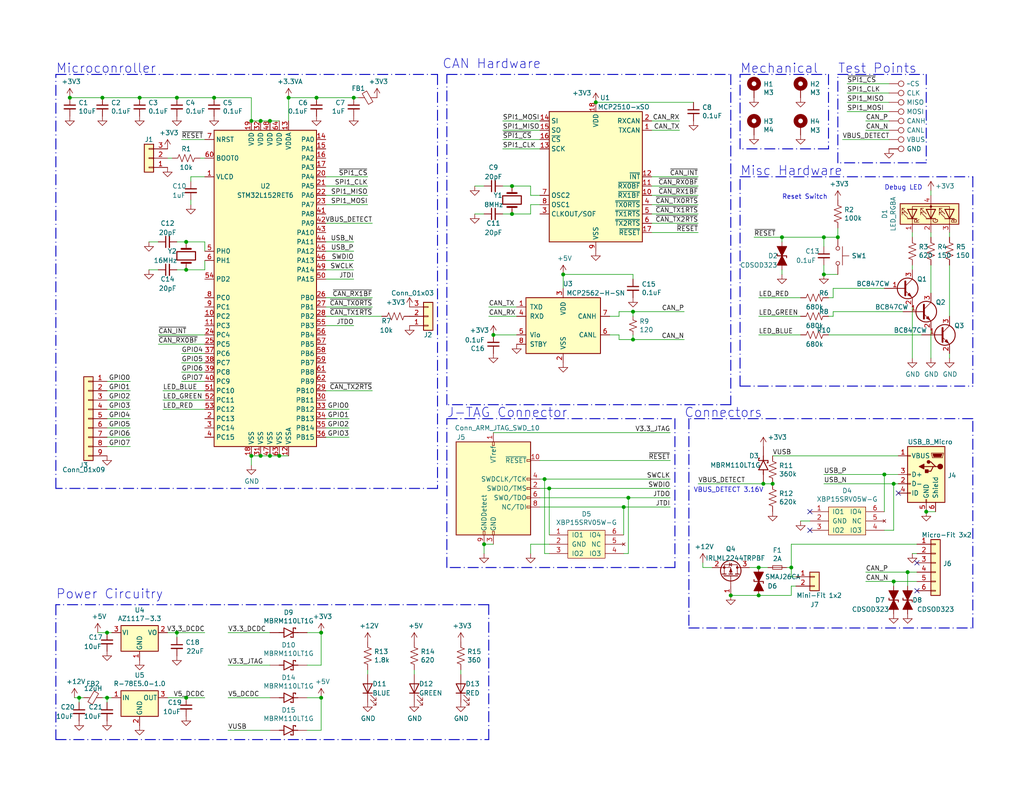
<source format=kicad_sch>
(kicad_sch (version 20211123) (generator eeschema)
  (paper "USLetter")
  (title_block (title "Gen 6 Software Dev Board") (date "2021-11-12") (rev "6.0") (company "University Of Calgary Solar Car Team") (comment 1 "Andy Smit"))
  (junction (at 213.36 64.77))
  (junction (at 172.72 85.09))
  (junction (at 21.59 190.5))
  (junction (at 50.8 73.66))
  (junction (at 48.26 26.67))
  (junction (at 38.1 26.67))
  (junction (at 139.7 58.42))
  (junction (at 29.21 190.5))
  (junction (at 224.79 64.77))
  (junction (at 68.58 33.02))
  (junction (at 58.42 26.67))
  (junction (at 243.84 132.08))
  (junction (at 73.66 124.46))
  (junction (at 71.12 124.46))
  (junction (at 19.05 26.67))
  (junction (at 172.72 92.71))
  (junction (at 48.26 172.72))
  (junction (at 207.01 162.56))
  (junction (at 87.63 172.72))
  (junction (at 241.3 129.54))
  (junction (at 215.9 154.94))
  (junction (at 207.01 154.94))
  (junction (at 50.8 66.04))
  (junction (at 27.94 26.67))
  (junction (at 170.18 138.43))
  (junction (at 199.39 162.56))
  (junction (at 76.2 124.46))
  (junction (at 78.74 26.67))
  (junction (at 68.58 124.46))
  (junction (at 96.52 26.67))
  (junction (at 153.67 74.93))
  (junction (at 29.21 172.72))
  (junction (at 228.6 64.77))
  (junction (at 171.45 135.89))
  (junction (at 243.84 158.75))
  (junction (at 149.86 133.35))
  (junction (at 132.08 148.59))
  (junction (at 50.8 190.5))
  (junction (at 71.12 33.02))
  (junction (at 224.79 74.93))
  (junction (at 252.73 139.7))
  (junction (at 139.7 50.8))
  (junction (at 73.66 33.02))
  (junction (at 247.65 156.21))
  (junction (at 210.82 132.08))
  (junction (at 162.56 27.94))
  (junction (at 208.28 132.08))
  (junction (at 87.63 190.5))
  (junction (at 148.59 130.81))
  (junction (at 86.36 26.67))
  (junction (at 134.62 91.44))
  (no_connect (at 250.19 153.67))
  (no_connect (at 220.98 144.78))
  (no_connect (at 245.11 134.62))
  (no_connect (at 250.19 161.29))
  (no_connect (at 220.98 139.7))
  (polyline (pts (xy 121.92 110.49) (xy 121.92 20.32)) (stroke (width 0.254) (type dash_dot)))
  (polyline (pts (xy 119.38 133.35) (xy 15.24 133.35)) (stroke (width 0.254) (type dash_dot)))
  (wire (pts (xy 45.72 43.18) (xy 46.99 43.18)))
  (wire (pts (xy 43.18 73.66) (xy 40.64 73.66)))
  (wire (pts (xy 226.06 91.44) (xy 251.46 91.44)))
  (wire (pts (xy 218.44 86.36) (xy 207.01 86.36)))
  (wire (pts (xy 242.57 22.86) (xy 231.14 22.86)))
  (wire (pts (xy 147.32 133.35) (xy 149.86 133.35)))
  (wire (pts (xy 241.3 144.78) (xy 243.84 144.78)))
  (wire (pts (xy 134.62 148.59) (xy 132.08 148.59)))
  (wire (pts (xy 168.91 91.44) (xy 168.91 92.71)))
  (wire (pts (xy 153.67 74.93) (xy 153.67 78.74)))
  (wire (pts (xy 213.36 64.77) (xy 205.74 64.77)))
  (wire (pts (xy 171.45 151.13) (xy 171.45 135.89)))
  (wire (pts (xy 27.94 26.67) (xy 19.05 26.67)))
  (wire (pts (xy 185.42 35.56) (xy 177.8 35.56)))
  (polyline (pts (xy 252.73 20.32) (xy 252.73 44.45)) (stroke (width 0.254) (type dash_dot)))
  (polyline (pts (xy 199.39 20.32) (xy 199.39 110.49)) (stroke (width 0.254) (type dash_dot)))
  (polyline (pts (xy 15.24 20.32) (xy 119.38 20.32)) (stroke (width 0.254) (type dash_dot)))
  (wire (pts (xy 83.82 199.39) (xy 87.63 199.39)))
  (wire (pts (xy 177.8 53.34) (xy 190.5 53.34)))
  (wire (pts (xy 259.08 72.39) (xy 259.08 86.36)))
  (wire (pts (xy 96.52 26.67) (xy 86.36 26.67)))
  (wire (pts (xy 100.33 50.8) (xy 88.9 50.8)))
  (wire (pts (xy 73.66 33.02) (xy 71.12 33.02)))
  (wire (pts (xy 144.78 55.88) (xy 144.78 58.42)))
  (wire (pts (xy 215.9 160.02) (xy 217.17 160.02)))
  (wire (pts (xy 139.7 58.42) (xy 137.16 58.42)))
  (wire (pts (xy 247.65 156.21) (xy 250.19 156.21)))
  (wire (pts (xy 241.3 129.54) (xy 245.11 129.54)))
  (wire (pts (xy 236.22 33.02) (xy 242.57 33.02)))
  (wire (pts (xy 144.78 148.59) (xy 149.86 148.59)))
  (wire (pts (xy 229.87 38.1) (xy 242.57 38.1)))
  (polyline (pts (xy 184.15 154.94) (xy 121.92 154.94)) (stroke (width 0.254) (type dash_dot)))
  (wire (pts (xy 52.07 49.53) (xy 52.07 48.26)))
  (wire (pts (xy 255.27 139.7) (xy 252.73 139.7)))
  (polyline (pts (xy 201.93 105.41) (xy 265.43 105.41)) (stroke (width 0.254) (type dash_dot)))
  (polyline (pts (xy 265.43 114.3) (xy 187.96 114.3)) (stroke (width 0.254) (type dash_dot)))
  (wire (pts (xy 83.82 172.72) (xy 87.63 172.72)))
  (wire (pts (xy 50.8 190.5) (xy 55.88 190.5)))
  (wire (pts (xy 101.6 60.96) (xy 88.9 60.96)))
  (wire (pts (xy 168.91 85.09) (xy 172.72 85.09)))
  (wire (pts (xy 177.8 58.42) (xy 190.5 58.42)))
  (wire (pts (xy 29.21 111.76) (xy 35.56 111.76)))
  (wire (pts (xy 55.88 73.66) (xy 50.8 73.66)))
  (wire (pts (xy 231.14 30.48) (xy 242.57 30.48)))
  (wire (pts (xy 170.18 138.43) (xy 182.88 138.43)))
  (wire (pts (xy 177.8 33.02) (xy 185.42 33.02)))
  (wire (pts (xy 45.72 190.5) (xy 50.8 190.5)))
  (wire (pts (xy 228.6 74.93) (xy 224.79 74.93)))
  (wire (pts (xy 55.88 172.72) (xy 48.26 172.72)))
  (wire (pts (xy 71.12 124.46) (xy 73.66 124.46)))
  (wire (pts (xy 58.42 26.67) (xy 48.26 26.67)))
  (wire (pts (xy 210.82 124.46) (xy 245.11 124.46)))
  (wire (pts (xy 242.57 27.94) (xy 231.14 27.94)))
  (wire (pts (xy 132.08 151.13) (xy 132.08 148.59)))
  (polyline (pts (xy 265.43 171.45) (xy 265.43 114.3)) (stroke (width 0.254) (type dash_dot)))
  (wire (pts (xy 88.9 73.66) (xy 96.52 73.66)))
  (wire (pts (xy 162.56 27.94) (xy 189.23 27.94)))
  (wire (pts (xy 215.9 148.59) (xy 215.9 154.94)))
  (wire (pts (xy 172.72 86.36) (xy 172.72 85.09)))
  (wire (pts (xy 227.33 85.09) (xy 246.38 85.09)))
  (wire (pts (xy 55.88 66.04) (xy 55.88 68.58)))
  (wire (pts (xy 236.22 156.21) (xy 247.65 156.21)))
  (wire (pts (xy 29.21 191.77) (xy 29.21 190.5)))
  (wire (pts (xy 224.79 74.93) (xy 224.79 72.39)))
  (wire (pts (xy 172.72 74.93) (xy 172.72 76.2)))
  (wire (pts (xy 48.26 66.04) (xy 50.8 66.04)))
  (wire (pts (xy 140.97 83.82) (xy 133.35 83.82)))
  (wire (pts (xy 231.14 25.4) (xy 242.57 25.4)))
  (wire (pts (xy 254 64.77) (xy 254 63.5)))
  (wire (pts (xy 243.84 158.75) (xy 250.19 158.75)))
  (wire (pts (xy 50.8 73.66) (xy 48.26 73.66)))
  (wire (pts (xy 139.7 50.8) (xy 144.78 50.8)))
  (wire (pts (xy 149.86 151.13) (xy 148.59 151.13)))
  (wire (pts (xy 48.26 173.99) (xy 48.26 172.72)))
  (wire (pts (xy 190.5 132.08) (xy 208.28 132.08)))
  (wire (pts (xy 172.72 85.09) (xy 186.69 85.09)))
  (wire (pts (xy 78.74 26.67) (xy 86.36 26.67)))
  (wire (pts (xy 224.79 67.31) (xy 224.79 64.77)))
  (wire (pts (xy 186.69 92.71) (xy 172.72 92.71)))
  (wire (pts (xy 190.5 60.96) (xy 177.8 60.96)))
  (wire (pts (xy 29.21 114.3) (xy 35.56 114.3)))
  (wire (pts (xy 254 52.07) (xy 254 53.34)))
  (wire (pts (xy 54.61 43.18) (xy 55.88 43.18)))
  (wire (pts (xy 68.58 127) (xy 68.58 124.46)))
  (wire (pts (xy 133.35 86.36) (xy 140.97 86.36)))
  (wire (pts (xy 62.23 190.5) (xy 73.66 190.5)))
  (wire (pts (xy 236.22 158.75) (xy 243.84 158.75)))
  (wire (pts (xy 68.58 26.67) (xy 68.58 33.02)))
  (wire (pts (xy 62.23 199.39) (xy 73.66 199.39)))
  (wire (pts (xy 29.21 119.38) (xy 35.56 119.38)))
  (wire (pts (xy 88.9 53.34) (xy 100.33 53.34)))
  (wire (pts (xy 147.32 125.73) (xy 182.88 125.73)))
  (wire (pts (xy 87.63 172.72) (xy 87.63 181.61)))
  (wire (pts (xy 224.79 132.08) (xy 243.84 132.08)))
  (wire (pts (xy 55.88 101.6) (xy 49.53 101.6)))
  (wire (pts (xy 68.58 26.67) (xy 58.42 26.67)))
  (wire (pts (xy 88.9 88.9) (xy 96.52 88.9)))
  (wire (pts (xy 243.84 132.08) (xy 245.11 132.08)))
  (wire (pts (xy 213.36 64.77) (xy 224.79 64.77)))
  (wire (pts (xy 215.9 154.94) (xy 214.63 154.94)))
  (wire (pts (xy 147.32 138.43) (xy 170.18 138.43)))
  (wire (pts (xy 100.33 182.88) (xy 100.33 184.15)))
  (wire (pts (xy 215.9 162.56) (xy 207.01 162.56)))
  (wire (pts (xy 52.07 54.61) (xy 52.07 55.88)))
  (wire (pts (xy 147.32 53.34) (xy 144.78 53.34)))
  (wire (pts (xy 71.12 33.02) (xy 68.58 33.02)))
  (wire (pts (xy 88.9 111.76) (xy 95.25 111.76)))
  (wire (pts (xy 168.91 92.71) (xy 172.72 92.71)))
  (wire (pts (xy 38.1 26.67) (xy 27.94 26.67)))
  (wire (pts (xy 29.21 104.14) (xy 35.56 104.14)))
  (polyline (pts (xy 228.6 44.45) (xy 228.6 20.32)) (stroke (width 0.254) (type dash_dot)))
  (wire (pts (xy 113.03 182.88) (xy 113.03 184.15)))
  (wire (pts (xy 40.64 66.04) (xy 43.18 66.04)))
  (polyline (pts (xy 15.24 133.35) (xy 15.24 20.32)) (stroke (width 0.254) (type dash_dot)))
  (polyline (pts (xy 265.43 48.26) (xy 265.43 105.41)) (stroke (width 0.254) (type dash_dot)))
  (wire (pts (xy 254 72.39) (xy 254 80.01)))
  (wire (pts (xy 241.3 139.7) (xy 241.3 129.54)))
  (wire (pts (xy 148.59 130.81) (xy 182.88 130.81)))
  (polyline (pts (xy 15.24 165.1) (xy 15.24 201.93)) (stroke (width 0.254) (type dash_dot)))
  (wire (pts (xy 137.16 38.1) (xy 147.32 38.1)))
  (wire (pts (xy 87.63 190.5) (xy 83.82 190.5)))
  (wire (pts (xy 204.47 154.94) (xy 207.01 154.94)))
  (polyline (pts (xy 133.35 165.1) (xy 15.24 165.1)) (stroke (width 0.254) (type dash_dot)))
  (polyline (pts (xy 121.92 114.3) (xy 184.15 114.3)) (stroke (width 0.254) (type dash_dot)))
  (wire (pts (xy 73.66 124.46) (xy 76.2 124.46)))
  (wire (pts (xy 88.9 116.84) (xy 95.25 116.84)))
  (wire (pts (xy 207.01 81.28) (xy 218.44 81.28)))
  (wire (pts (xy 148.59 151.13) (xy 148.59 130.81)))
  (wire (pts (xy 29.21 109.22) (xy 35.56 109.22)))
  (wire (pts (xy 137.16 33.02) (xy 147.32 33.02)))
  (wire (pts (xy 62.23 181.61) (xy 73.66 181.61)))
  (wire (pts (xy 55.88 99.06) (xy 49.53 99.06)))
  (wire (pts (xy 248.92 97.79) (xy 248.92 83.82)))
  (wire (pts (xy 78.74 33.02) (xy 78.74 26.67)))
  (wire (pts (xy 55.88 109.22) (xy 44.45 109.22)))
  (wire (pts (xy 96.52 71.12) (xy 88.9 71.12)))
  (wire (pts (xy 132.08 58.42) (xy 129.54 58.42)))
  (wire (pts (xy 215.9 160.02) (xy 215.9 162.56)))
  (wire (pts (xy 76.2 124.46) (xy 78.74 124.46)))
  (wire (pts (xy 248.92 72.39) (xy 248.92 73.66)))
  (wire (pts (xy 21.59 191.77) (xy 21.59 190.5)))
  (wire (pts (xy 208.28 132.08) (xy 210.82 132.08)))
  (wire (pts (xy 55.88 71.12) (xy 55.88 73.66)))
  (wire (pts (xy 248.92 151.13) (xy 250.19 151.13)))
  (wire (pts (xy 171.45 135.89) (xy 182.88 135.89)))
  (wire (pts (xy 29.21 116.84) (xy 35.56 116.84)))
  (wire (pts (xy 215.9 148.59) (xy 250.19 148.59)))
  (wire (pts (xy 243.84 160.02) (xy 243.84 158.75)))
  (polyline (pts (xy 228.6 20.32) (xy 252.73 20.32)) (stroke (width 0.254) (type dash_dot)))
  (wire (pts (xy 100.33 55.88) (xy 88.9 55.88)))
  (wire (pts (xy 248.92 63.5) (xy 248.92 64.77)))
  (wire (pts (xy 29.21 190.5) (xy 30.48 190.5)))
  (wire (pts (xy 190.5 50.8) (xy 177.8 50.8)))
  (wire (pts (xy 97.79 26.67) (xy 96.52 26.67)))
  (wire (pts (xy 172.72 91.44) (xy 172.72 92.71)))
  (polyline (pts (xy 226.06 20.32) (xy 226.06 40.64)) (stroke (width 0.254) (type dash_dot)))
  (wire (pts (xy 227.33 78.74) (xy 241.3 78.74)))
  (wire (pts (xy 62.23 172.72) (xy 73.66 172.72)))
  (polyline (pts (xy 201.93 105.41) (xy 201.93 48.26)) (stroke (width 0.254) (type dash_dot)))
  (wire (pts (xy 88.9 66.04) (xy 96.52 66.04)))
  (wire (pts (xy 88.9 86.36) (xy 104.14 86.36)))
  (wire (pts (xy 190.5 55.88) (xy 177.8 55.88)))
  (wire (pts (xy 243.84 144.78) (xy 243.84 132.08)))
  (wire (pts (xy 125.73 182.88) (xy 125.73 184.15)))
  (wire (pts (xy 88.9 48.26) (xy 100.33 48.26)))
  (wire (pts (xy 213.36 66.04) (xy 213.36 64.77)))
  (wire (pts (xy 55.88 91.44) (xy 43.18 91.44)))
  (polyline (pts (xy 184.15 114.3) (xy 184.15 154.94)) (stroke (width 0.254) (type dash_dot)))
  (wire (pts (xy 226.06 86.36) (xy 227.33 86.36)))
  (wire (pts (xy 149.86 133.35) (xy 182.88 133.35)))
  (wire (pts (xy 209.55 154.94) (xy 207.01 154.94)))
  (wire (pts (xy 242.57 35.56) (xy 236.22 35.56)))
  (wire (pts (xy 55.88 96.52) (xy 49.53 96.52)))
  (wire (pts (xy 170.18 146.05) (xy 170.18 138.43)))
  (wire (pts (xy 194.31 154.94) (xy 191.77 154.94)))
  (wire (pts (xy 137.16 40.64) (xy 147.32 40.64)))
  (wire (pts (xy 147.32 130.81) (xy 148.59 130.81)))
  (polyline (pts (xy 201.93 40.64) (xy 201.93 20.32)) (stroke (width 0.254) (type dash_dot)))
  (wire (pts (xy 49.53 38.1) (xy 55.88 38.1)))
  (wire (pts (xy 170.18 151.13) (xy 171.45 151.13)))
  (wire (pts (xy 228.6 64.77) (xy 228.6 62.23)))
  (wire (pts (xy 218.44 142.24) (xy 220.98 142.24)))
  (wire (pts (xy 44.45 106.68) (xy 55.88 106.68)))
  (wire (pts (xy 21.59 190.5) (xy 20.32 190.5)))
  (wire (pts (xy 50.8 66.04) (xy 55.88 66.04)))
  (wire (pts (xy 247.65 160.02) (xy 247.65 156.21)))
  (wire (pts (xy 168.91 86.36) (xy 168.91 85.09)))
  (wire (pts (xy 22.86 190.5) (xy 21.59 190.5)))
  (polyline (pts (xy 226.06 40.64) (xy 201.93 40.64)) (stroke (width 0.254) (type dash_dot)))
  (wire (pts (xy 227.33 81.28) (xy 227.33 78.74)))
  (wire (pts (xy 191.77 154.94) (xy 191.77 153.67)))
  (polyline (pts (xy 121.92 20.32) (xy 199.39 20.32)) (stroke (width 0.254) (type dash_dot)))
  (polyline (pts (xy 187.96 171.45) (xy 265.43 171.45)) (stroke (width 0.254) (type dash_dot)))
  (wire (pts (xy 140.97 91.44) (xy 134.62 91.44)))
  (wire (pts (xy 68.58 124.46) (xy 71.12 124.46)))
  (wire (pts (xy 87.63 199.39) (xy 87.63 190.5)))
  (polyline (pts (xy 199.39 110.49) (xy 121.92 110.49)) (stroke (width 0.254) (type dash_dot)))
  (wire (pts (xy 88.9 76.2) (xy 96.52 76.2)))
  (wire (pts (xy 224.79 64.77) (xy 228.6 64.77)))
  (polyline (pts (xy 187.96 114.3) (xy 187.96 171.45)) (stroke (width 0.254) (type dash_dot)))
  (wire (pts (xy 177.8 48.26) (xy 190.5 48.26)))
  (wire (pts (xy 27.94 190.5) (xy 29.21 190.5)))
  (wire (pts (xy 88.9 114.3) (xy 95.25 114.3)))
  (wire (pts (xy 76.2 33.02) (xy 73.66 33.02)))
  (wire (pts (xy 88.9 68.58) (xy 96.52 68.58)))
  (wire (pts (xy 129.54 50.8) (xy 132.08 50.8)))
  (wire (pts (xy 101.6 83.82) (xy 88.9 83.82)))
  (wire (pts (xy 88.9 119.38) (xy 95.25 119.38)))
  (wire (pts (xy 213.36 73.66) (xy 213.36 74.93)))
  (wire (pts (xy 207.01 162.56) (xy 199.39 162.56)))
  (wire (pts (xy 137.16 35.56) (xy 147.32 35.56)))
  (wire (pts (xy 44.45 111.76) (xy 55.88 111.76)))
  (wire (pts (xy 29.21 106.68) (xy 35.56 106.68)))
  (wire (pts (xy 259.08 64.77) (xy 259.08 63.5)))
  (wire (pts (xy 43.18 93.98) (xy 55.88 93.98)))
  (wire (pts (xy 224.79 129.54) (xy 241.3 129.54)))
  (wire (pts (xy 29.21 121.92) (xy 35.56 121.92)))
  (wire (pts (xy 144.78 53.34) (xy 144.78 50.8)))
  (polyline (pts (xy 133.35 201.93) (xy 133.35 165.1)) (stroke (width 0.254) (type dash_dot)))
  (wire (pts (xy 147.32 135.89) (xy 171.45 135.89)))
  (wire (pts (xy 29.21 172.72) (xy 30.48 172.72)))
  (wire (pts (xy 226.06 81.28) (xy 227.33 81.28)))
  (wire (pts (xy 52.07 48.26) (xy 55.88 48.26)))
  (wire (pts (xy 134.62 118.11) (xy 182.88 118.11)))
  (polyline (pts (xy 119.38 20.32) (xy 119.38 133.35)) (stroke (width 0.254) (type dash_dot)))
  (wire (pts (xy 153.67 74.93) (xy 172.72 74.93)))
  (wire (pts (xy 207.01 91.44) (xy 218.44 91.44)))
  (polyline (pts (xy 252.73 44.45) (xy 228.6 44.45)) (stroke (width 0.254) (type dash_dot)))
  (wire (pts (xy 144.78 151.13) (xy 144.78 148.59)))
  (wire (pts (xy 88.9 81.28) (xy 101.6 81.28)))
  (wire (pts (xy 149.86 146.05) (xy 149.86 133.35)))
  (wire (pts (xy 166.37 91.44) (xy 168.91 91.44)))
  (wire (pts (xy 101.6 106.68) (xy 88.9 106.68)))
  (wire (pts (xy 55.88 104.14) (xy 49.53 104.14)))
  (wire (pts (xy 227.33 86.36) (xy 227.33 85.09)))
  (wire (pts (xy 48.26 26.67) (xy 38.1 26.67)))
  (wire (pts (xy 137.16 50.8) (xy 139.7 50.8)))
  (wire (pts (xy 26.67 172.72) (xy 29.21 172.72)))
  (wire (pts (xy 259.08 96.52) (xy 259.08 97.79)))
  (wire (pts (xy 217.17 157.48) (xy 215.9 157.48)))
  (wire (pts (xy 147.32 55.88) (xy 144.78 55.88)))
  (wire (pts (xy 144.78 58.42) (xy 139.7 58.42)))
  (wire (pts (xy 215.9 157.48) (xy 215.9 154.94)))
  (wire (pts (xy 83.82 181.61) (xy 87.63 181.61)))
  (wire (pts (xy 166.37 86.36) (xy 168.91 86.36)))
  (wire (pts (xy 177.8 63.5) (xy 190.5 63.5)))
  (wire (pts (xy 254 90.17) (xy 254 97.79)))
  (polyline (pts (xy 121.92 154.94) (xy 121.92 114.3)) (stroke (width 0.254) (type dash_dot)))
  (polyline (pts (xy 201.93 20.32) (xy 226.06 20.32)) (stroke (width 0.254) (type dash_dot)))
  (polyline (pts (xy 15.24 201.93) (xy 133.35 201.93)) (stroke (width 0.254) (type dash_dot)))
  (wire (pts (xy 48.26 172.72) (xy 45.72 172.72)))
  (polyline (pts (xy 201.93 48.26) (xy 265.43 48.26)) (stroke (width 0.254) (type dash_dot)))
  (text "VBUS_DETECT 3.16V" (at 189.23 134.62 0) (effects (font (size 1.27 1.27)) (justify left bottom)))
  (text "Microconroller" (at 15.24 20.32 0) (effects (font (size 2.54 2.54)) (justify left bottom)))
  (text "J-TAG Connector" (at 121.92 114.3 0) (effects (font (size 2.54 2.54)) (justify left bottom)))
  (text "CAN Hardware" (at 120.65 19.05 0) (effects (font (size 2.54 2.54)) (justify left bottom)))
  (text "Mechanical" (at 201.93 20.32 0) (effects (font (size 2.54 2.54)) (justify left bottom)))
  (text "Reset Switch" (at 213.36 54.61 0) (effects (font (size 1.27 1.27)) (justify left bottom)))
  (text "Power Circuitry" (at 15.24 163.83 0) (effects (font (size 2.54 2.54)) (justify left bottom)))
  (text "Misc Hardware" (at 201.93 48.26 0) (effects (font (size 2.54 2.54)) (justify left bottom)))
  (text "Connectors" (at 186.69 114.3 0) (effects (font (size 2.54 2.54)) (justify left bottom)))
  (text "Debug LED" (at 241.3 52.07 0) (effects (font (size 1.27 1.27)) (justify left bottom)))
  (text "Test Points" (at 228.6 20.32 0) (effects (font (size 2.54 2.54)) (justify left bottom)))
  (label "USB_N" (at 224.79 132.08 0))
  (label "SPI1_MOSI" (at 231.14 30.48 0))
  (label "~{CAN_TX2RTS}" (at 190.5 60.96 180))
  (label "USB_P" (at 96.52 68.58 180))
  (label "GPIO0" (at 95.25 111.76 180))
  (label "GPIO3" (at 35.56 111.76 180))
  (label "CAN_N" (at 236.22 35.56 0))
  (label "~{RESET}" (at 205.74 64.77 0))
  (label "CAN_RX" (at 185.42 33.02 180))
  (label "~{CAN_RX1BF}" (at 190.5 53.34 180))
  (label "LED_BLUE" (at 44.45 106.68 0))
  (label "GPIO2" (at 35.56 109.22 180))
  (label "V3.3_JTAG" (at 62.23 181.61 0))
  (label "USB_N" (at 96.52 66.04 180))
  (label "V3.3_JTAG" (at 182.88 118.11 180))
  (label "VBUS_DETECT" (at 229.87 38.1 0))
  (label "GPIO4" (at 49.53 96.52 0))
  (label "V3.3_DCDC" (at 55.88 172.72 180))
  (label "V5_DCDC" (at 62.23 190.5 0))
  (label "VUSB" (at 62.23 199.39 0))
  (label "GPIO7" (at 35.56 121.92 180))
  (label "GPIO2" (at 95.25 116.84 180))
  (label "CAN_N" (at 186.69 92.71 180))
  (label "GPIO3" (at 95.25 119.38 180))
  (label "VBUS_DETECT" (at 190.5 132.08 0))
  (label "VBUS_DETECT" (at 101.6 60.96 180))
  (label "LED_BLUE" (at 207.01 91.44 0))
  (label "SPI1_MISO" (at 100.33 53.34 180))
  (label "GPIO0" (at 35.56 104.14 180))
  (label "CAN_RX" (at 133.35 86.36 0))
  (label "~{RESET}" (at 49.53 38.1 0))
  (label "SWCLK" (at 182.88 130.81 180))
  (label "SPI1_MISO" (at 231.14 27.94 0))
  (label "V3.3_DCDC" (at 62.23 172.72 0))
  (label "VUSB" (at 210.82 124.46 0))
  (label "SPI1_CLK" (at 137.16 40.64 0))
  (label "~{RESET}" (at 190.5 63.5 180))
  (label "JTDI" (at 182.88 138.43 180))
  (label "LED_GREEN" (at 207.01 86.36 0))
  (label "CAN_N" (at 236.22 158.75 0))
  (label "LED_RED" (at 207.01 81.28 0))
  (label "GPIO6" (at 49.53 101.6 0))
  (label "CAN_P" (at 236.22 156.21 0))
  (label "~{SPI1_CS}" (at 100.33 48.26 180))
  (label "CAN_TX" (at 185.42 35.56 180))
  (label "LED_RED" (at 44.45 111.76 0))
  (label "GPIO5" (at 35.56 116.84 180))
  (label "SPI1_CLK" (at 100.33 50.8 180))
  (label "SPI1_MOSI" (at 100.33 55.88 180))
  (label "SWDIO" (at 96.52 71.12 180))
  (label "GPIO1" (at 95.25 114.3 180))
  (label "LED_GREEN" (at 44.45 109.22 0))
  (label "~{CAN_TX1RTS}" (at 101.6 86.36 180))
  (label "SWDIO" (at 182.88 133.35 180))
  (label "~{RESET}" (at 182.88 125.73 180))
  (label "GPIO6" (at 35.56 119.38 180))
  (label "~{CAN_TX1RTS}" (at 190.5 58.42 180))
  (label "~{CAN_TX0RTS}" (at 190.5 55.88 180))
  (label "GPIO4" (at 35.56 114.3 180))
  (label "~{CAN_RX0BF}" (at 190.5 50.8 180))
  (label "JTDO" (at 96.52 88.9 180))
  (label "~{CAN_RX0BF}" (at 43.18 93.98 0))
  (label "SPI1_MISO" (at 137.16 35.56 0))
  (label "SWCLK" (at 96.52 73.66 180))
  (label "CAN_P" (at 236.22 33.02 0))
  (label "~{CAN_RX1BF}" (at 101.6 81.28 180))
  (label "SPI1_CLK" (at 231.14 25.4 0))
  (label "SPI1_MOSI" (at 137.16 33.02 0))
  (label "~{SPI1_CS}" (at 231.14 22.86 0))
  (label "JTDO" (at 182.88 135.89 180))
  (label "CAN_TX" (at 133.35 83.82 0))
  (label "JTDI" (at 96.52 76.2 180))
  (label "~{CAN_TX2RTS}" (at 101.6 106.68 180))
  (label "USB_P" (at 224.79 129.54 0))
  (label "GPIO1" (at 35.56 106.68 180))
  (label "~{CAN_TX0RTS}" (at 101.6 83.82 180))
  (label "~{SPI1_CS}" (at 137.16 38.1 0))
  (label "~{CAN_INT}" (at 190.5 48.26 180))
  (label "~{CAN_INT}" (at 43.18 91.44 0))
  (label "V5_DCDC" (at 55.88 190.5 180))
  (label "GPIO5" (at 49.53 99.06 0))
  (label "GPIO7" (at 49.53 104.14 0))
  (label "CAN_P" (at 186.69 85.09 180))
  (symbol (lib_id "MCU_ST_STM32L1:STM32L152RETx") (at 73.66 78.74 0) (unit 1)
    (property "Reference" "U2" (at 72.39 50.8 0))
    (property "Value" "STM32L152RET6" (at 72.39 53.34 0))
    (property "Footprint" "Package_QFP:LQFP-64_10x10mm_P0.5mm" (effects hide))
    (property "Datasheet" "http://www.st.com/st-web-ui/static/active/en/resource/technical/document/datasheet/DM00098321.pdf" (effects hide))
    (property "Digikey" "497-15830-ND" (effects hide))
  )
  (symbol (lib_id "Regulator_Switching:R-78E5.0-1.0") (at 38.1 190.5 0) (unit 1)
    (property "Reference" "U5" (at 38.1 184.3532 0))
    (property "Value" "R-78E5.0-1.0" (at 38.1 186.6646 0))
    (property "Footprint" "Converter_DCDC:Converter_DCDC_RECOM_R-78E-0.5_THT" (effects hide))
    (property "Datasheet" "https://www.recom-power.com/pdf/Innoline/R-78Exx-1.0.pdf" (effects hide))
    (property "Digikey" "945-2201-ND" (effects hide))
  )
  (symbol (lib_id "power:+3.3V") (at 102.87 26.67 0) (unit 1)
    (property "Reference" "#PWR03" (effects hide))
    (property "Value" "+3.3V" (at 103.251 22.2758 0))
  )
  (symbol (lib_id "power:GND") (at 68.58 127 0) (unit 1)
    (property "Reference" "#PWR043" (effects hide))
    (property "Value" "GND" (at 68.707 131.3942 0))
  )
  (symbol (lib_id "power:GND") (at 38.1 198.12 0) (unit 1)
    (property "Reference" "#PWR070" (effects hide))
    (property "Value" "GND" (effects hide))
  )
  (symbol (lib_id "Connector_Generic:Conn_01x03") (at 40.64 43.18 180) (unit 1)
    (property "Reference" "J1" (at 40.64 38.1 0))
    (property "Value" "Conn_01x03" (effects hide))
    (property "Footprint" "Connector_PinHeader_2.54mm:PinHeader_1x03_P2.54mm_Vertical" (effects hide))
  )
  (symbol (lib_id "Device:R_US") (at 50.8 43.18 90) (unit 1)
    (property "Reference" "R1" (at 50.8 40.64 90))
    (property "Value" "10k" (at 50.8 45.72 90))
    (property "Footprint" "Resistor_SMD:R_0603_1608Metric" (effects hide))
  )
  (symbol (lib_id "power:+12V") (at 20.32 190.5 0) (unit 1)
    (property "Reference" "#PWR062" (effects hide))
    (property "Value" "+12V" (at 20.701 186.1058 0))
  )
  (symbol (lib_id "power:+5V") (at 87.63 190.5 0) (unit 1)
    (property "Reference" "#PWR063" (effects hide))
    (property "Value" "+5V" (at 88.011 186.1058 0))
  )
  (symbol (lib_id "power:+3.3V") (at 45.72 40.64 0) (unit 1)
    (property "Reference" "#PWR017" (effects hide))
    (property "Value" "+3.3V" (at 46.101 36.2458 0))
  )
  (symbol (lib_id "power:GND") (at 45.72 45.72 0) (unit 1)
    (property "Reference" "#PWR019" (effects hide))
    (property "Value" "GND" (effects hide))
  )
  (symbol (lib_id "Connector:Conn_ARM_JTAG_SWD_10") (at 134.62 133.35 0) (unit 1)
    (property "Reference" "J5" (at 127 119.38 0) (effects (justify right)))
    (property "Value" "Conn_ARM_JTAG_SWD_10" (at 147.32 116.84 0) (effects (justify right)))
    (property "Footprint" "solar_lib:PinHeader_ARM_10pin_debug" (effects hide))
    (property "Datasheet" "http://infocenter.arm.com/help/topic/com.arm.doc.ddi0314h/DDI0314H_coresight_components_trm.pdf" (effects hide))
    (property "Digikey" "1175-1629-ND" (effects hide))
  )
  (symbol (lib_id "power:GND") (at 132.08 151.13 0) (unit 1)
    (property "Reference" "#PWR047" (effects hide))
    (property "Value" "GND" (effects hide))
  )
  (symbol (lib_id "Device:R_US") (at 107.95 86.36 270) (unit 1)
    (property "Reference" "R7" (at 105.41 87.63 90))
    (property "Value" "10k" (at 105.41 90.17 90))
    (property "Footprint" "Resistor_SMD:R_0603_1608Metric" (effects hide))
  )
  (symbol (lib_id "Connector_Generic:Conn_01x03") (at 116.84 86.36 0) (mirror x) (unit 1)
    (property "Reference" "J2" (at 115.57 91.44 0) (effects (justify left)))
    (property "Value" "Conn_01x03" (at 106.68 80.01 0) (effects (justify left)))
    (property "Footprint" "Connector_PinHeader_2.54mm:PinHeader_1x03_P2.54mm_Vertical" (effects hide))
  )
  (symbol (lib_id "power:GND") (at 111.76 88.9 0) (unit 1)
    (property "Reference" "#PWR033" (effects hide))
    (property "Value" "GND" (effects hide))
  )
  (symbol (lib_id "power:+3.3V") (at 111.76 83.82 0) (unit 1)
    (property "Reference" "#PWR032" (effects hide))
    (property "Value" "+3.3V" (at 107.95 82.55 0))
  )
  (symbol (lib_id "Device:C_Small") (at 52.07 52.07 0) (unit 1)
    (property "Reference" "C10" (at 46.99 50.8 0) (effects (justify left)))
    (property "Value" "1uF" (at 46.99 53.34 0) (effects (justify left)))
    (property "Footprint" "Capacitor_SMD:C_0603_1608Metric" (effects hide))
  )
  (symbol (lib_id "power:GND") (at 52.07 55.88 0) (unit 1)
    (property "Reference" "#PWR023" (effects hide))
    (property "Value" "GND" (effects hide))
  )
  (symbol (lib_id "Device:Crystal") (at 50.8 69.85 270) (unit 1)
    (property "Reference" "Y2" (at 45.72 68.58 90) (effects (justify left)))
    (property "Value" "16MHz" (at 41.91 71.12 90) (effects (justify left)))
    (property "Footprint" "Crystal:Crystal_HC49-U_Vertical" (effects hide))
  )
  (symbol (lib_id "power:GND") (at 252.73 139.7 0) (unit 1)
    (property "Reference" "#PWR045" (effects hide))
    (property "Value" "GND" (effects hide))
  )
  (symbol (lib_id "Regulator_Linear:AZ1117-3.3") (at 38.1 172.72 0) (unit 1)
    (property "Reference" "U4" (at 38.1 166.5732 0))
    (property "Value" "AZ1117-3.3" (at 38.1 168.8846 0))
    (property "Footprint" "Package_TO_SOT_SMD:SOT-223-3_TabPin2" (effects hide))
    (property "Datasheet" "https://www.diodes.com/assets/Datasheets/AZ1117.pdf" (effects hide))
    (property "Digikey" "AZ1117IH-3.3TRG1DITR-ND" (effects hide))
  )
  (symbol (lib_id "Device:C_Small") (at 45.72 73.66 90) (unit 1)
    (property "Reference" "C14" (at 45.72 76.2 90))
    (property "Value" "20pF" (at 45.72 78.74 90))
    (property "Footprint" "Capacitor_SMD:C_0603_1608Metric" (effects hide))
  )
  (symbol (lib_id "power:GND") (at 40.64 73.66 0) (unit 1)
    (property "Reference" "#PWR027" (effects hide))
    (property "Value" "GND" (effects hide))
  )
  (symbol (lib_id "Device:C_Small") (at 45.72 66.04 90) (unit 1)
    (property "Reference" "C12" (at 45.72 60.96 90))
    (property "Value" "20pF" (at 45.72 63.5 90))
    (property "Footprint" "Capacitor_SMD:C_0603_1608Metric" (effects hide))
  )
  (symbol (lib_id "power:GND") (at 40.64 66.04 0) (unit 1)
    (property "Reference" "#PWR025" (effects hide))
    (property "Value" "GND" (effects hide))
  )
  (symbol (lib_id "power:+3.3V") (at 87.63 172.72 0) (unit 1)
    (property "Reference" "#PWR055" (effects hide))
    (property "Value" "+3.3V" (at 88.011 168.3258 0))
  )
  (symbol (lib_id "_Libraries:MBRM110LT1G") (at 78.74 172.72 0) (unit 1)
    (property "Reference" "D9" (at 78.74 167.2082 0))
    (property "Value" "MBRM110LT1G" (at 78.74 169.5196 0))
    (property "Footprint" "solar_lib:DIO_MBRM110LT1G" (effects hide))
    (property "MF" "ON Semiconductor" (effects hide))
    (property "AVAILABILITY" "Unavailable" (effects hide))
    (property "PRICE" "None" (effects hide))
    (property "MP" "MBRM110LT1G" (effects hide))
    (property "STANDARD" "Manufacturer Recommendations" (effects hide))
    (property "PACKAGE" "DO-216AA ON Semiconductor" (effects hide))
    (property "PARTREV" "2" (effects hide))
    (property "DESCRIPTION" "MBRM110E Series 1 A 10 V Schottky Barrier Rectifier - POWERMITE-2" (effects hide))
    (property "Digikey" "MBRM110LT1GOSTR-ND" (effects hide))
  )
  (symbol (lib_id "_Libraries:MBRM110LT1G") (at 208.28 127 90) (unit 1)
    (property "Reference" "D3" (at 205.74 124.46 90))
    (property "Value" "MBRM110LT1G" (at 200.66 127 90))
    (property "Footprint" "solar_lib:DIO_MBRM110LT1G" (effects hide))
    (property "MF" "ON Semiconductor" (effects hide))
    (property "AVAILABILITY" "Unavailable" (effects hide))
    (property "PRICE" "None" (effects hide))
    (property "MP" "MBRM110LT1G" (effects hide))
    (property "STANDARD" "Manufacturer Recommendations" (effects hide))
    (property "PACKAGE" "DO-216AA ON Semiconductor" (effects hide))
    (property "PARTREV" "2" (effects hide))
    (property "DESCRIPTION" "MBRM110E Series 1 A 10 V Schottky Barrier Rectifier - POWERMITE-2" (effects hide))
    (property "Digikey" "MBRM110LT1GOSTR-ND" (effects hide))
  )
  (symbol (lib_id "power:+3.3V") (at 208.28 121.92 0) (unit 1)
    (property "Reference" "#PWR041" (effects hide))
    (property "Value" "+3.3V" (at 212.09 119.38 0))
  )
  (symbol (lib_id "power:GND") (at 162.56 68.58 0) (unit 1)
    (property "Reference" "#PWR026" (effects hide))
    (property "Value" "GND" (effects hide))
  )
  (symbol (lib_id "power:+3.3V") (at 162.56 27.94 0) (unit 1)
    (property "Reference" "#PWR06" (effects hide))
    (property "Value" "+3.3V" (at 158.75 25.4 0))
  )
  (symbol (lib_id "Device:D_TVS_ALT") (at 247.65 163.83 270) (unit 1)
    (property "Reference" "D8" (at 248.92 163.83 90) (effects (justify left)))
    (property "Value" "CDSOD323" (at 250.19 166.37 90) (effects (justify left)))
    (property "Footprint" "Diode_SMD:D_SOD-323_HandSoldering" (effects hide))
    (property "Datasheet" "https://www.bourns.com/docs/Product-Datasheets/CDSOD323-TxxSC.pdf" (effects hide))
    (property "Digikey" "https://www.digikey.ca/en/products/detail/bourns-inc/CDSOD323-T03SC/3781948" (effects hide))
  )
  (symbol (lib_id "Device:D_TVS_ALT") (at 243.84 163.83 270) (unit 1)
    (property "Reference" "D7" (at 238.76 163.83 90) (effects (justify left)))
    (property "Value" "CDSOD323" (at 232.41 166.37 90) (effects (justify left)))
    (property "Footprint" "Diode_SMD:D_SOD-323_HandSoldering" (effects hide))
    (property "Datasheet" "https://www.bourns.com/docs/Product-Datasheets/CDSOD323-TxxSC.pdf" (effects hide))
    (property "Digikey" "https://www.digikey.ca/en/products/detail/bourns-inc/CDSOD323-T03SC/3781948" (effects hide))
  )
  (symbol (lib_id "Device:C_Small") (at 50.8 193.04 0) (unit 1)
    (property "Reference" "C19" (at 45.72 191.77 0) (effects (justify left)))
    (property "Value" "10uF" (at 44.45 194.31 0) (effects (justify left)))
    (property "Footprint" "Capacitor_SMD:C_0603_1608Metric" (effects hide))
  )
  (symbol (lib_id "power:GND") (at 50.8 195.58 0) (unit 1)
    (property "Reference" "#PWR067" (effects hide))
    (property "Value" "GND" (effects hide))
  )
  (symbol (lib_id "power:GND") (at 48.26 179.07 0) (unit 1)
    (property "Reference" "#PWR060" (effects hide))
    (property "Value" "GND" (effects hide))
  )
  (symbol (lib_id "power:GND") (at 29.21 177.8 0) (unit 1)
    (property "Reference" "#PWR059" (effects hide))
    (property "Value" "GND" (effects hide))
  )
  (symbol (lib_id "Device:R_Small_US") (at 172.72 88.9 0) (unit 1)
    (property "Reference" "R9" (at 174.4472 87.7316 0) (effects (justify left)))
    (property "Value" "120" (at 174.4472 90.043 0) (effects (justify left)))
    (property "Footprint" "Resistor_SMD:R_0603_1608Metric" (effects hide))
  )
  (symbol (lib_id "Device:Crystal") (at 139.7 54.61 270) (unit 1)
    (property "Reference" "Y1" (at 134.62 53.34 90) (effects (justify left)))
    (property "Value" "8MHz" (at 132.08 55.88 90) (effects (justify left)))
    (property "Footprint" "Crystal:Crystal_HC49-U_Vertical" (effects hide))
  )
  (symbol (lib_id "Device:C_Small") (at 134.62 58.42 90) (unit 1)
    (property "Reference" "C11" (at 134.62 60.96 90))
    (property "Value" "20pF" (at 134.62 63.5 90))
    (property "Footprint" "Capacitor_SMD:C_0603_1608Metric" (effects hide))
  )
  (symbol (lib_id "power:GND") (at 129.54 58.42 0) (unit 1)
    (property "Reference" "#PWR024" (effects hide))
    (property "Value" "GND" (effects hide))
  )
  (symbol (lib_id "Device:C_Small") (at 134.62 50.8 90) (unit 1)
    (property "Reference" "C9" (at 134.62 45.72 90))
    (property "Value" "20pF" (at 134.62 48.26 90))
    (property "Footprint" "Capacitor_SMD:C_0603_1608Metric" (effects hide))
  )
  (symbol (lib_id "power:GND") (at 129.54 50.8 0) (unit 1)
    (property "Reference" "#PWR020" (effects hide))
    (property "Value" "GND" (effects hide))
  )
  (symbol (lib_id "power:GND") (at 38.1 180.34 0) (unit 1)
    (property "Reference" "#PWR061" (effects hide))
    (property "Value" "GND" (effects hide))
  )
  (symbol (lib_id "Device:R_US") (at 210.82 128.27 0) (unit 1)
    (property "Reference" "R11" (at 212.5472 127.1016 0) (effects (justify left)))
    (property "Value" "360k" (at 212.5472 129.413 0) (effects (justify left)))
    (property "Footprint" "Resistor_SMD:R_0603_1608Metric" (effects hide))
  )
  (symbol (lib_id "Device:R_US") (at 210.82 135.89 0) (unit 1)
    (property "Reference" "R12" (at 212.5472 134.7216 0) (effects (justify left)))
    (property "Value" "620k" (at 212.5472 137.033 0) (effects (justify left)))
    (property "Footprint" "Resistor_SMD:R_0603_1608Metric" (effects hide))
  )
  (symbol (lib_id "power:GND") (at 210.82 139.7 0) (unit 1)
    (property "Reference" "#PWR044" (effects hide))
    (property "Value" "GND" (effects hide))
  )
  (symbol (lib_id "_Libraries:MBRM110LT1G") (at 78.74 181.61 0) (unit 1)
    (property "Reference" "D10" (at 78.74 176.0982 0))
    (property "Value" "MBRM110LT1G" (at 78.74 178.4096 0))
    (property "Footprint" "solar_lib:DIO_MBRM110LT1G" (effects hide))
    (property "MF" "ON Semiconductor" (effects hide))
    (property "AVAILABILITY" "Unavailable" (effects hide))
    (property "PRICE" "None" (effects hide))
    (property "MP" "MBRM110LT1G" (effects hide))
    (property "STANDARD" "Manufacturer Recommendations" (effects hide))
    (property "PACKAGE" "DO-216AA ON Semiconductor" (effects hide))
    (property "PARTREV" "2" (effects hide))
    (property "DESCRIPTION" "MBRM110E Series 1 A 10 V Schottky Barrier Rectifier - POWERMITE-2" (effects hide))
    (property "Digikey" "MBRM110LT1GOSTR-ND" (effects hide))
  )
  (symbol (lib_id "_Libraries:MBRM110LT1G") (at 78.74 190.5 0) (unit 1)
    (property "Reference" "D14" (at 78.74 184.9882 0))
    (property "Value" "MBRM110LT1G" (at 78.74 187.2996 0))
    (property "Footprint" "solar_lib:DIO_MBRM110LT1G" (effects hide))
    (property "MF" "ON Semiconductor" (effects hide))
    (property "AVAILABILITY" "Unavailable" (effects hide))
    (property "PRICE" "None" (effects hide))
    (property "MP" "MBRM110LT1G" (effects hide))
    (property "STANDARD" "Manufacturer Recommendations" (effects hide))
    (property "PACKAGE" "DO-216AA ON Semiconductor" (effects hide))
    (property "PARTREV" "2" (effects hide))
    (property "DESCRIPTION" "MBRM110E Series 1 A 10 V Schottky Barrier Rectifier - POWERMITE-2" (effects hide))
    (property "Digikey" "MBRM110LT1GOSTR-ND" (effects hide))
  )
  (symbol (lib_id "_Libraries:MBRM110LT1G") (at 78.74 199.39 0) (unit 1)
    (property "Reference" "D15" (at 78.74 193.8782 0))
    (property "Value" "MBRM110LT1G" (at 78.74 196.1896 0))
    (property "Footprint" "solar_lib:DIO_MBRM110LT1G" (effects hide))
    (property "MF" "ON Semiconductor" (effects hide))
    (property "AVAILABILITY" "Unavailable" (effects hide))
    (property "PRICE" "None" (effects hide))
    (property "MP" "MBRM110LT1G" (effects hide))
    (property "STANDARD" "Manufacturer Recommendations" (effects hide))
    (property "PACKAGE" "DO-216AA ON Semiconductor" (effects hide))
    (property "PARTREV" "2" (effects hide))
    (property "DESCRIPTION" "MBRM110E Series 1 A 10 V Schottky Barrier Rectifier - POWERMITE-2" (effects hide))
    (property "Digikey" "MBRM110LT1GOSTR-ND" (effects hide))
  )
  (symbol (lib_id "power:+3.3V") (at 134.62 91.44 0) (unit 1)
    (property "Reference" "#PWR034" (effects hide))
    (property "Value" "+3.3V" (at 130.81 90.17 0))
  )
  (symbol (lib_id "power:+5V") (at 153.67 74.93 0) (unit 1)
    (property "Reference" "#PWR028" (effects hide))
    (property "Value" "+5V" (at 154.051 70.5358 0))
  )
  (symbol (lib_id "power:GND") (at 153.67 99.06 0) (unit 1)
    (property "Reference" "#PWR040" (effects hide))
    (property "Value" "GND" (effects hide))
  )
  (symbol (lib_id "power:+5V") (at 26.67 172.72 0) (unit 1)
    (property "Reference" "#PWR054" (effects hide))
    (property "Value" "+5V" (at 27.051 168.3258 0))
  )
  (symbol (lib_id "Interface_CAN_LIN:MCP2515-xSO") (at 162.56 48.26 0) (unit 1)
    (property "Reference" "U1" (at 165.1 26.67 0))
    (property "Value" "MCP2510-xSO" (at 170.18 29.21 0))
    (property "Footprint" "Package_SO:SOIC-18W_7.5x11.6mm_P1.27mm" (effects hide))
    (property "Datasheet" "https://ww1.microchip.com/downloads/en/DeviceDoc/21291F.pdf" (effects hide))
    (property "Digikey" "MCP2510-I/SO-ND" (effects hide))
  )
  (symbol (lib_id "Switch:SW_Push") (at 228.6 69.85 270) (unit 1)
    (property "Reference" "SW1" (at 232.3592 69.85 90) (effects (justify left)))
    (property "Value" "SW_Push" (effects hide))
    (property "Footprint" "Button_Switch_SMD:SW_Push_1P1T_NO_6x6mm_H9.5mm" (effects hide))
    (property "Datasheet" "https://www.ckswitches.com/media/1471/pts645.pdf" (effects hide))
    (property "Digikey" "CKN9085TR-ND" (effects hide))
  )
  (symbol (lib_id "Device:R_US") (at 100.33 179.07 0) (unit 1)
    (property "Reference" "R13" (at 102.0572 177.9016 0) (effects (justify left)))
    (property "Value" "1.8k" (at 102.0572 180.213 0) (effects (justify left)))
    (property "Footprint" "Resistor_SMD:R_0603_1608Metric" (effects hide))
  )
  (symbol (lib_id "Device:LED") (at 100.33 187.96 90) (unit 1)
    (property "Reference" "D11" (at 101.6 186.69 90) (effects (justify right)))
    (property "Value" "BLUE" (at 101.6 189.23 90) (effects (justify right)))
    (property "Footprint" "LED_SMD:LED_0603_1608Metric_Pad1.05x0.95mm_HandSolder" (effects hide))
    (property "Datasheet" "https://www.we-online.com/katalog/datasheet/150060BS75000.pdf" (effects hide))
    (property "Digikey" "732-4966-2-ND" (effects hide))
  )
  (symbol (lib_id "Device:C_Small") (at 224.79 69.85 0) (unit 1)
    (property "Reference" "C13" (at 219.71 68.58 0) (effects (justify left)))
    (property "Value" "0.1uF" (at 217.17 71.12 0) (effects (justify left)))
    (property "Footprint" "Capacitor_SMD:C_0603_1608Metric" (effects hide))
  )
  (symbol (lib_id "power:GND") (at 100.33 191.77 0) (unit 1)
    (property "Reference" "#PWR064" (effects hide))
    (property "Value" "GND" (at 100.457 196.1642 0))
  )
  (symbol (lib_id "power:+12V") (at 100.33 175.26 0) (unit 1)
    (property "Reference" "#PWR056" (effects hide))
    (property "Value" "+12V" (at 100.711 170.8658 0))
  )
  (symbol (lib_id "Device:R_US") (at 113.03 179.07 0) (unit 1)
    (property "Reference" "R14" (at 114.7572 177.9016 0) (effects (justify left)))
    (property "Value" "620" (at 114.7572 180.213 0) (effects (justify left)))
    (property "Footprint" "Resistor_SMD:R_0603_1608Metric" (effects hide))
  )
  (symbol (lib_id "Device:LED") (at 113.03 187.96 90) (unit 1)
    (property "Reference" "D12" (at 114.3 186.69 90) (effects (justify right)))
    (property "Value" "GREEN" (at 114.3 189.23 90) (effects (justify right)))
    (property "Footprint" "LED_SMD:LED_0603_1608Metric_Pad1.05x0.95mm_HandSolder" (effects hide))
    (property "Datasheet" "https://www.we-online.com/katalog/datasheet/150060VS75000.pdf" (effects hide))
    (property "Digikey" "732-4980-2-ND" (effects hide))
  )
  (symbol (lib_id "power:GND") (at 113.03 191.77 0) (unit 1)
    (property "Reference" "#PWR065" (effects hide))
    (property "Value" "GND" (at 113.157 196.1642 0))
  )
  (symbol (lib_id "Device:R_US") (at 125.73 179.07 0) (unit 1)
    (property "Reference" "R15" (at 127.4572 177.9016 0) (effects (justify left)))
    (property "Value" "360" (at 127.4572 180.213 0) (effects (justify left)))
    (property "Footprint" "Resistor_SMD:R_0603_1608Metric" (effects hide))
  )
  (symbol (lib_id "Device:LED") (at 125.73 187.96 90) (unit 1)
    (property "Reference" "D13" (at 127 186.69 90) (effects (justify right)))
    (property "Value" "RED" (at 127 189.23 90) (effects (justify right)))
    (property "Footprint" "LED_SMD:LED_0603_1608Metric_Pad1.05x0.95mm_HandSolder" (effects hide))
    (property "Datasheet" "https://www.we-online.com/katalog/datasheet/150060SS75000.pdf" (effects hide))
    (property "Digikey" "732-4979-2-ND" (effects hide))
  )
  (symbol (lib_id "power:GND") (at 125.73 191.77 0) (unit 1)
    (property "Reference" "#PWR066" (effects hide))
    (property "Value" "GND" (at 125.857 196.1642 0))
  )
  (symbol (lib_id "power:+5V") (at 113.03 175.26 0) (unit 1)
    (property "Reference" "#PWR057" (effects hide))
    (property "Value" "+5V" (at 113.411 170.8658 0))
  )
  (symbol (lib_id "power:+3.3V") (at 125.73 175.26 0) (unit 1)
    (property "Reference" "#PWR058" (effects hide))
    (property "Value" "+3.3V" (at 126.111 170.8658 0))
  )
  (symbol (lib_id "Device:R_US") (at 228.6 58.42 0) (unit 1)
    (property "Reference" "R2" (at 230.3272 57.2516 0) (effects (justify left)))
    (property "Value" "100k" (at 230.3272 59.563 0) (effects (justify left)))
    (property "Footprint" "Resistor_SMD:R_0603_1608Metric" (effects hide))
  )
  (symbol (lib_id "power:+3.3V") (at 228.6 54.61 0) (unit 1)
    (property "Reference" "#PWR022" (effects hide))
    (property "Value" "+3.3V" (at 228.981 50.2158 0))
  )
  (symbol (lib_id "power:GND") (at 224.79 74.93 0) (unit 1)
    (property "Reference" "#PWR030" (effects hide))
    (property "Value" "GND" (effects hide))
  )
  (symbol (lib_id "Connector_Generic:Conn_01x06") (at 255.27 153.67 0) (unit 1)
    (property "Reference" "J6" (at 257.302 153.8732 0) (effects (justify left)))
    (property "Value" "Micro-Fit 3x2" (at 251.46 146.05 0) (effects (justify left)))
    (property "Footprint" "Connector_Molex:Molex_Micro-Fit_3.0_43045-0600_2x03_P3.00mm_Horizontal" (effects hide))
  )
  (symbol (lib_id "Connector:USB_B_Micro") (at 252.73 129.54 0) (mirror y) (unit 1)
    (property "Reference" "J4" (at 258.572 129.8194 0) (effects (justify right)))
    (property "Value" "USB_B_Micro" (at 247.65 120.65 0) (effects (justify right)))
    (property "Footprint" "Connector_USB:USB_Micro-B_Amphenol_10118194_Horizontal" (effects hide))
    (property "Digikey" "609-4618-1-ND" (effects hide))
  )
  (symbol (lib_id "power:GND") (at 140.97 93.98 0) (unit 1)
    (property "Reference" "#PWR035" (effects hide))
    (property "Value" "GND" (effects hide))
  )
  (symbol (lib_id "Connector_Generic:Conn_01x02") (at 222.25 157.48 0) (unit 1)
    (property "Reference" "J7" (at 222.25 165.1 0))
    (property "Value" "Mini-Fit 1x2" (at 223.52 162.56 0))
    (property "Footprint" "Connector_Molex:Molex_Mini-Fit_Jr_5569-02A2_2x01_P4.20mm_Horizontal" (effects hide))
  )
  (symbol (lib_id "power:GND") (at 248.92 151.13 0) (unit 1)
    (property "Reference" "#PWR049" (effects hide))
    (property "Value" "GND" (effects hide))
  )
  (symbol (lib_id "power:+12V") (at 191.77 153.67 0) (unit 1)
    (property "Reference" "#PWR050" (effects hide))
    (property "Value" "+12V" (at 192.151 149.2758 0))
  )
  (symbol (lib_id "power:GND") (at 205.74 36.83 0) (unit 1)
    (property "Reference" "#PWR015" (effects hide))
    (property "Value" "GND" (effects hide))
  )
  (symbol (lib_id "power:GND") (at 218.44 36.83 0) (unit 1)
    (property "Reference" "#PWR016" (effects hide))
    (property "Value" "GND" (effects hide))
  )
  (symbol (lib_id "power:GND") (at 218.44 26.67 0) (unit 1)
    (property "Reference" "#PWR05" (effects hide))
    (property "Value" "GND" (effects hide))
  )
  (symbol (lib_id "power:GND") (at 205.74 26.67 0) (unit 1)
    (property "Reference" "#PWR04" (effects hide))
    (property "Value" "GND" (effects hide))
  )
  (symbol (lib_id "power:GND") (at 172.72 81.28 0) (unit 1)
    (property "Reference" "#PWR031" (effects hide))
    (property "Value" "GND" (effects hide))
  )
  (symbol (lib_id "Mechanical:MountingHole_Pad") (at 205.74 24.13 0) (unit 1)
    (property "Reference" "H1" (at 208.28 22.9616 0) (effects (justify left)))
    (property "Value" "M3" (at 208.28 25.273 0) (effects (justify left)))
    (property "Footprint" "MountingHole:MountingHole_3.2mm_M3_Pad_Via" (effects hide))
  )
  (symbol (lib_id "Mechanical:MountingHole_Pad") (at 218.44 24.13 0) (unit 1)
    (property "Reference" "H2" (at 220.98 22.9616 0) (effects (justify left)))
    (property "Value" "M3" (at 220.98 25.273 0) (effects (justify left)))
    (property "Footprint" "MountingHole:MountingHole_3.2mm_M3_Pad_Via" (effects hide))
  )
  (symbol (lib_id "Mechanical:MountingHole_Pad") (at 205.74 34.29 0) (unit 1)
    (property "Reference" "H3" (at 208.28 33.1216 0) (effects (justify left)))
    (property "Value" "M4" (at 208.28 35.433 0) (effects (justify left)))
    (property "Footprint" "MountingHole:MountingHole_3.2mm_M3_Pad_Via" (effects hide))
  )
  (symbol (lib_id "Mechanical:MountingHole_Pad") (at 218.44 34.29 0) (unit 1)
    (property "Reference" "H4" (at 220.98 33.1216 0) (effects (justify left)))
    (property "Value" "M3" (at 220.98 35.56 0) (effects (justify left)))
    (property "Footprint" "MountingHole:MountingHole_3.2mm_M3_Pad_Via" (effects hide))
  )
  (symbol (lib_id "Connector:TestPoint") (at 242.57 22.86 270) (unit 1)
    (property "Reference" "TP1" (effects hide))
    (property "Value" "~CS" (at 247.3452 22.86 90) (effects (justify left)))
    (property "Footprint" "solar_lib:TestPoint_1mm" (effects hide))
  )
  (symbol (lib_id "power:GND") (at 134.62 96.52 0) (unit 1)
    (property "Reference" "#PWR036" (effects hide))
    (property "Value" "GND" (effects hide))
  )
  (symbol (lib_id "Connector:TestPoint") (at 242.57 25.4 270) (unit 1)
    (property "Reference" "TP2" (effects hide))
    (property "Value" "CLK" (at 247.3452 25.4 90) (effects (justify left)))
    (property "Footprint" "solar_lib:TestPoint_1mm" (effects hide))
  )
  (symbol (lib_id "Connector:TestPoint") (at 242.57 27.94 270) (unit 1)
    (property "Reference" "TP3" (effects hide))
    (property "Value" "MISO" (at 247.3452 27.94 90) (effects (justify left)))
    (property "Footprint" "solar_lib:TestPoint_1mm" (effects hide))
  )
  (symbol (lib_id "Connector:TestPoint") (at 242.57 30.48 270) (unit 1)
    (property "Reference" "TP4" (effects hide))
    (property "Value" "MOSI" (at 247.3452 30.48 90) (effects (justify left)))
    (property "Footprint" "solar_lib:TestPoint_1mm" (effects hide))
  )
  (symbol (lib_id "Device:D_TVS_ALT") (at 213.36 69.85 270) (unit 1)
    (property "Reference" "D2" (at 209.55 69.85 90) (effects (justify left)))
    (property "Value" "CDSOD323" (at 201.93 72.39 90) (effects (justify left)))
    (property "Footprint" "Diode_SMD:D_SOD-323_HandSoldering" (effects hide))
    (property "Datasheet" "https://www.bourns.com/docs/Product-Datasheets/CDSOD323-TxxSC.pdf" (effects hide))
    (property "Digikey" "https://www.digikey.ca/en/products/detail/bourns-inc/CDSOD323-T03SC/3781948" (effects hide))
  )
  (symbol (lib_id "Connector:TestPoint") (at 242.57 33.02 270) (unit 1)
    (property "Reference" "TP5" (effects hide))
    (property "Value" "CANH" (at 247.3452 33.02 90) (effects (justify left)))
    (property "Footprint" "solar_lib:TestPoint_1mm" (effects hide))
  )
  (symbol (lib_id "Connector:TestPoint") (at 242.57 35.56 270) (unit 1)
    (property "Reference" "TP6" (effects hide))
    (property "Value" "CANL" (at 247.3452 35.56 90) (effects (justify left)))
    (property "Footprint" "solar_lib:TestPoint_1mm" (effects hide))
  )
  (symbol (lib_id "power:GND") (at 189.23 33.02 0) (unit 1)
    (property "Reference" "#PWR014" (effects hide))
    (property "Value" "GND" (effects hide))
  )
  (symbol (lib_id "power:GND") (at 86.36 31.75 0) (mirror y) (unit 1)
    (property "Reference" "#PWR012" (effects hide))
    (property "Value" "GND" (effects hide))
  )
  (symbol (lib_id "Connector:TestPoint") (at 242.57 38.1 270) (unit 1)
    (property "Reference" "TP7" (effects hide))
    (property "Value" "VBUS" (at 247.3452 38.1 90) (effects (justify left)))
    (property "Footprint" "solar_lib:TestPoint_1mm" (effects hide))
  )
  (symbol (lib_id "power:GND") (at 96.52 31.75 0) (mirror y) (unit 1)
    (property "Reference" "#PWR013" (effects hide))
    (property "Value" "GND" (effects hide))
  )
  (symbol (lib_id "Device:Ferrite_Bead_Small") (at 100.33 26.67 90) (mirror x) (unit 1)
    (property "Reference" "FB1" (at 97.79 24.13 90))
    (property "Value" "600Ohm @ 100MHz, 200mOhm DC" (effects hide))
    (property "Footprint" "Inductor_SMD:L_0603_1608Metric" (effects hide))
  )
  (symbol (lib_id "Connector:TestPoint") (at 242.57 40.64 270) (unit 1)
    (property "Reference" "TP8" (effects hide))
    (property "Value" "GND" (at 247.3452 40.64 90) (effects (justify left)))
    (property "Footprint" "solar_lib:TestPoint_1mm" (effects hide))
  )
  (symbol (lib_id "power:GND") (at 242.57 40.64 0) (unit 1)
    (property "Reference" "#PWR018" (effects hide))
    (property "Value" "GND" (effects hide))
  )
  (symbol (lib_id "Device:Ferrite_Bead_Small") (at 25.4 190.5 270) (unit 1)
    (property "Reference" "FB2" (at 25.4 186.69 90))
    (property "Value" "12uH" (at 25.4 187.96 90))
    (property "Footprint" "Inductor_SMD:L_0603_1608Metric" (effects hide))
  )
  (symbol (lib_id "Connector_Generic:Conn_01x09") (at 24.13 114.3 0) (mirror y) (unit 1)
    (property "Reference" "J3" (at 22.86 127 0))
    (property "Value" "Conn_01x09" (at 22.86 128.27 0))
    (property "Footprint" "Connector_PinHeader_2.54mm:PinHeader_1x09_P2.54mm_Vertical" (effects hide))
  )
  (symbol (lib_id "Device:Q_NPN_BEC") (at 246.38 78.74 0) (unit 1)
    (property "Reference" "Q1" (at 250.19 76.2 0) (effects (justify left)))
    (property "Value" "BC847CW" (at 233.68 77.47 0) (effects (justify left)))
    (property "Footprint" "Package_TO_SOT_SMD:SOT-323_SC-70" (effects hide))
    (property "Datasheet" "https://assets.nexperia.com/documents/data-sheet/BC847_SER.pdf" (effects hide))
    (property "Digikey" "1727-4312-1-ND" (effects hide))
  )
  (symbol (lib_id "Device:R_US") (at 248.92 68.58 0) (unit 1)
    (property "Reference" "R3" (at 250.6472 67.4116 0) (effects (justify left)))
    (property "Value" "620" (at 250.6472 69.723 0) (effects (justify left)))
    (property "Footprint" "Resistor_SMD:R_0603_1608Metric" (effects hide))
  )
  (symbol (lib_id "Device:R_US") (at 254 68.58 0) (unit 1)
    (property "Reference" "R4" (at 255.7272 67.4116 0) (effects (justify left)))
    (property "Value" "150" (at 255.7272 69.723 0) (effects (justify left)))
    (property "Footprint" "Resistor_SMD:R_0603_1608Metric" (effects hide))
  )
  (symbol (lib_id "Device:R_US") (at 259.08 68.58 0) (unit 1)
    (property "Reference" "R5" (at 260.8072 67.4116 0) (effects (justify left)))
    (property "Value" "150" (at 260.8072 69.723 0) (effects (justify left)))
    (property "Footprint" "Resistor_SMD:R_0603_1608Metric" (effects hide))
  )
  (symbol (lib_id "power:GND") (at 29.21 124.46 0) (unit 1)
    (property "Reference" "#PWR042" (effects hide))
    (property "Value" "GND" (effects hide))
  )
  (symbol (lib_id "Device:LED_RGBA") (at 254 58.42 90) (unit 1)
    (property "Reference" "D1" (at 241.3762 58.42 0))
    (property "Value" "LED_RGBA" (at 243.6876 58.42 0))
    (property "Footprint" "solar_lib:LED_0606_1616Metric" (effects hide))
    (property "Datasheet" "https://everlightamericas.com/index.php?controller=attachment&id_attachment=2426" (effects hide))
    (property "Digikey" "1080-1551-2-ND" (effects hide))
  )
  (symbol (lib_id "power:+3.3V") (at 254 52.07 0) (unit 1)
    (property "Reference" "#PWR021" (effects hide))
    (property "Value" "+3.3V" (at 257.81 50.8 0))
  )
  (symbol (lib_id "Device:R_US") (at 222.25 81.28 270) (unit 1)
    (property "Reference" "R6" (at 224.79 80.01 90))
    (property "Value" "680k" (at 222.25 83.82 90))
    (property "Footprint" "Resistor_SMD:R_0603_1608Metric" (effects hide))
  )
  (symbol (lib_id "Device:R_US") (at 222.25 86.36 270) (unit 1)
    (property "Reference" "R8" (at 224.79 85.09 90))
    (property "Value" "680k" (at 222.25 88.9 90))
    (property "Footprint" "Resistor_SMD:R_0603_1608Metric" (effects hide))
  )
  (symbol (lib_id "Device:R_US") (at 222.25 91.44 270) (unit 1)
    (property "Reference" "R10" (at 224.79 90.17 90))
    (property "Value" "680k" (at 222.25 93.98 90))
    (property "Footprint" "Resistor_SMD:R_0603_1608Metric" (effects hide))
  )
  (symbol (lib_id "power:GND") (at 243.84 167.64 0) (unit 1)
    (property "Reference" "#PWR052" (effects hide))
    (property "Value" "GND" (effects hide))
  )
  (symbol (lib_id "power:GND") (at 247.65 167.64 0) (unit 1)
    (property "Reference" "#PWR053" (effects hide))
    (property "Value" "GND" (effects hide))
  )
  (symbol (lib_id "power:GND") (at 259.08 97.79 0) (unit 1)
    (property "Reference" "#PWR039" (effects hide))
    (property "Value" "GND" (at 259.207 102.1842 0))
  )
  (symbol (lib_id "power:GND") (at 254 97.79 0) (unit 1)
    (property "Reference" "#PWR038" (effects hide))
    (property "Value" "GND" (at 254.127 102.1842 0))
  )
  (symbol (lib_id "power:GND") (at 248.92 97.79 0) (unit 1)
    (property "Reference" "#PWR037" (effects hide))
    (property "Value" "GND" (at 249.047 102.1842 0))
  )
  (symbol (lib_id "Device:C_Small") (at 134.62 93.98 180) (unit 1)
    (property "Reference" "C16" (at 132.2832 95.1484 0) (effects (justify left)))
    (property "Value" "0.1uF" (at 132.2832 92.837 0) (effects (justify left)))
    (property "Footprint" "Capacitor_SMD:C_0603_1608Metric" (effects hide))
  )
  (symbol (lib_id "Device:C_Small") (at 189.23 30.48 0) (unit 1)
    (property "Reference" "C8" (at 191.5668 29.3116 0) (effects (justify left)))
    (property "Value" "0.1uF" (at 191.5668 31.623 0) (effects (justify left)))
    (property "Footprint" "Capacitor_SMD:C_0603_1608Metric" (effects hide))
  )
  (symbol (lib_id "Device:C_Small") (at 58.42 29.21 0) (unit 1)
    (property "Reference" "C5" (at 60.7568 28.0416 0) (effects (justify left)))
    (property "Value" "0.1uF" (at 60.7568 30.353 0) (effects (justify left)))
    (property "Footprint" "Capacitor_SMD:C_0603_1608Metric" (effects hide))
  )
  (symbol (lib_id "Device:C_Small") (at 48.26 29.21 0) (unit 1)
    (property "Reference" "C4" (at 50.5968 28.0416 0) (effects (justify left)))
    (property "Value" "0.1uF" (at 50.5968 30.353 0) (effects (justify left)))
    (property "Footprint" "Capacitor_SMD:C_0603_1608Metric" (effects hide))
  )
  (symbol (lib_id "Device:C_Small") (at 38.1 29.21 0) (unit 1)
    (property "Reference" "C3" (at 40.4368 28.0416 0) (effects (justify left)))
    (property "Value" "0.1uF" (at 40.4368 30.353 0) (effects (justify left)))
    (property "Footprint" "Capacitor_SMD:C_0603_1608Metric" (effects hide))
  )
  (symbol (lib_id "Device:C_Small") (at 172.72 78.74 0) (unit 1)
    (property "Reference" "C15" (at 175.0568 77.5716 0) (effects (justify left)))
    (property "Value" "0.1uF" (at 175.0568 79.883 0) (effects (justify left)))
    (property "Footprint" "Capacitor_SMD:C_0603_1608Metric" (effects hide))
  )
  (symbol (lib_id "power:GND") (at 19.05 31.75 0) (unit 1)
    (property "Reference" "#PWR07" (effects hide))
    (property "Value" "GND" (effects hide))
  )
  (symbol (lib_id "power:GND") (at 27.94 31.75 0) (unit 1)
    (property "Reference" "#PWR08" (effects hide))
    (property "Value" "GND" (effects hide))
  )
  (symbol (lib_id "power:GND") (at 38.1 31.75 0) (unit 1)
    (property "Reference" "#PWR09" (effects hide))
    (property "Value" "GND" (effects hide))
  )
  (symbol (lib_id "power:GND") (at 48.26 31.75 0) (unit 1)
    (property "Reference" "#PWR010" (effects hide))
    (property "Value" "GND" (effects hide))
  )
  (symbol (lib_id "power:GND") (at 58.42 31.75 0) (unit 1)
    (property "Reference" "#PWR011" (effects hide))
    (property "Value" "GND" (effects hide))
  )
  (symbol (lib_id "Device:Q_NPN_BEC") (at 251.46 85.09 0) (unit 1)
    (property "Reference" "Q2" (at 255.27 82.55 0) (effects (justify left)))
    (property "Value" "BC847CW" (at 238.76 83.82 0) (effects (justify left)))
    (property "Footprint" "Package_TO_SOT_SMD:SOT-323_SC-70" (effects hide))
    (property "Datasheet" "https://assets.nexperia.com/documents/data-sheet/BC847_SER.pdf" (effects hide))
    (property "Digikey" "1727-4312-1-ND" (effects hide))
  )
  (symbol (lib_id "Device:Q_NPN_BEC") (at 256.54 91.44 0) (unit 1)
    (property "Reference" "Q3" (at 260.35 88.9 0) (effects (justify left)))
    (property "Value" "BC847CW" (at 243.84 90.17 0) (effects (justify left)))
    (property "Footprint" "Package_TO_SOT_SMD:SOT-323_SC-70" (effects hide))
    (property "Datasheet" "https://assets.nexperia.com/documents/data-sheet/BC847_SER.pdf" (effects hide))
    (property "Digikey" "1727-4312-1-ND" (effects hide))
  )
  (symbol (lib_id "Device:C_Small") (at 27.94 29.21 0) (unit 1)
    (property "Reference" "C2" (at 30.2768 28.0416 0) (effects (justify left)))
    (property "Value" "0.1uF" (at 30.2768 30.353 0) (effects (justify left)))
    (property "Footprint" "Capacitor_SMD:C_0603_1608Metric" (effects hide))
  )
  (symbol (lib_id "Device:C_Small") (at 86.36 29.21 0) (mirror y) (unit 1)
    (property "Reference" "C6" (at 84.0232 28.0416 0) (effects (justify left)))
    (property "Value" "0.1uF" (at 84.0232 30.353 0) (effects (justify left)))
    (property "Footprint" "Capacitor_SMD:C_0603_1608Metric" (effects hide))
  )
  (symbol (lib_id "power:+3.3V") (at 19.05 26.67 0) (unit 1)
    (property "Reference" "#PWR01" (effects hide))
    (property "Value" "+3.3V" (at 19.431 22.2758 0))
  )
  (symbol (lib_id "Device:C_Small") (at 19.05 29.21 0) (unit 1)
    (property "Reference" "C1" (at 21.3868 28.0416 0) (effects (justify left)))
    (property "Value" "10uF" (at 21.3868 30.353 0) (effects (justify left)))
    (property "Footprint" "Capacitor_SMD:C_0603_1608Metric" (effects hide))
  )
  (symbol (lib_id "Device:C_Small") (at 96.52 29.21 0) (mirror y) (unit 1)
    (property "Reference" "C7" (at 94.1832 28.0416 0) (effects (justify left)))
    (property "Value" "1uF" (at 94.1832 30.353 0) (effects (justify left)))
    (property "Footprint" "Capacitor_SMD:C_0603_1608Metric" (effects hide))
  )
  (symbol (lib_id "Device:C_Small") (at 29.21 175.26 0) (unit 1)
    (property "Reference" "C17" (at 24.13 173.99 0) (effects (justify left)))
    (property "Value" "10uF" (at 22.86 176.53 0) (effects (justify left)))
    (property "Footprint" "Capacitor_SMD:C_0603_1608Metric" (effects hide))
  )
  (symbol (lib_id "solar_lib:XBP15SRV05W-G") (at 160.02 148.59 0) (unit 1)
    (property "Reference" "D5" (at 160.02 140.335 0))
    (property "Value" "XBP15SRV05W-G" (at 160.02 142.6464 0))
    (property "Footprint" "Package_TO_SOT_SMD:SOT-23-6_Handsoldering" (effects hide))
    (property "Datasheet" "https://www.torexsemi.com/file/xbp15srv05w/XBP15SRV05W.pdf" (effects hide))
    (property "Digikey" "893-1422-2-ND" (effects hide))
  )
  (symbol (lib_id "Device:C_Small") (at 48.26 176.53 0) (unit 1)
    (property "Reference" "C18" (at 50.5968 175.3616 0) (effects (justify left)))
    (property "Value" "22uF" (at 50.8 177.8 0) (effects (justify left)))
    (property "Footprint" "Capacitor_SMD:C_0603_1608Metric" (effects hide))
    (property "Digikey" "1276-2867-2-ND" (effects hide))
  )
  (symbol (lib_id "Device:C_Small") (at 21.59 194.31 0) (unit 1)
    (property "Reference" "C20" (at 16.51 193.04 0) (effects (justify left)))
    (property "Value" "10uF" (at 15.24 195.58 0) (effects (justify left)))
    (property "Footprint" "Capacitor_SMD:C_0603_1608Metric" (effects hide))
  )
  (symbol (lib_id "Device:C_Small") (at 29.21 194.31 0) (unit 1)
    (property "Reference" "C21" (at 24.13 193.04 0) (effects (justify left)))
    (property "Value" "10uF" (at 22.86 195.58 0) (effects (justify left)))
    (property "Footprint" "Capacitor_SMD:C_0603_1608Metric" (effects hide))
  )
  (symbol (lib_id "power:GND") (at 144.78 151.13 0) (unit 1)
    (property "Reference" "#PWR048" (effects hide))
    (property "Value" "GND" (effects hide))
  )
  (symbol (lib_id "power:GND") (at 29.21 196.85 0) (unit 1)
    (property "Reference" "#PWR069" (effects hide))
    (property "Value" "GND" (effects hide))
  )
  (symbol (lib_id "power:GND") (at 21.59 196.85 0) (unit 1)
    (property "Reference" "#PWR068" (effects hide))
    (property "Value" "GND" (effects hide))
  )
  (symbol (lib_id "solar_lib:XBP15SRV05W-G") (at 231.14 142.24 0) (unit 1)
    (property "Reference" "D4" (at 231.14 133.985 0))
    (property "Value" "XBP15SRV05W-G" (at 231.14 136.2964 0))
    (property "Footprint" "Package_TO_SOT_SMD:SOT-23-6_Handsoldering" (effects hide))
    (property "Datasheet" "https://www.torexsemi.com/file/xbp15srv05w/XBP15SRV05W.pdf" (effects hide))
    (property "Digikey" "893-1422-2-ND" (effects hide))
  )
  (symbol (lib_id "power:GND") (at 213.36 74.93 0) (unit 1)
    (property "Reference" "#PWR029" (effects hide))
    (property "Value" "GND" (effects hide))
  )
  (symbol (lib_id "power:GND") (at 218.44 142.24 0) (unit 1)
    (property "Reference" "#PWR046" (effects hide))
    (property "Value" "GND" (effects hide))
  )
  (symbol (lib_id "Device:D_TVS_ALT") (at 207.01 158.75 270) (unit 1)
    (property "Reference" "D6" (at 212.09 160.02 90) (effects (justify right)))
    (property "Value" "SMAJ26CA" (at 218.44 157.48 90) (effects (justify right)))
    (property "Footprint" "Diode_SMD:D_SMA_Handsoldering" (effects hide))
    (property "Datasheet" "https://www.littelfuse.com/~/media/electronics/datasheets/tvs_diodes/littelfuse_tvs_diode_smaj_datasheet.pdf.pdf" (effects hide))
    (property "Digikey" "SMAJ26CALFTR-ND" (effects hide))
  )
  (symbol (lib_id "Device:Fuse_Small") (at 212.09 154.94 0) (unit 1)
    (property "Reference" "F1" (at 212.09 150.241 0))
    (property "Value" "2A" (at 212.09 152.5524 0))
    (property "Footprint" "solar_lib:Fuseholder_Littlefuse_0154" (effects hide))
    (property "Datasheet" "https://www.littelfuse.com/~/media/electronics/datasheets/fuses/littelfuse_fuse_154_154t_154l_154tl_datasheet.pdf.pdf" (effects hide))
    (property "Digikey" "F6778TR-ND" (effects hide))
  )
  (symbol (lib_id "Device:Q_PMOS_GSD") (at 199.39 157.48 270) (mirror x) (unit 1)
    (property "Reference" "Q4" (at 199.39 149.86 90))
    (property "Value" "IRLML2244TRPBF" (at 200.66 152.4 90))
    (property "Footprint" "Package_TO_SOT_SMD:SOT-23" (effects hide))
    (property "Datasheet" "https://www.diodes.com/assets/Datasheets/DMP3125L.pdf" (effects hide))
    (property "Digikey" "DMP3125L-7DITR-ND" (effects hide))
  )
  (symbol (lib_id "power:GND") (at 199.39 162.56 0) (unit 1)
    (property "Reference" "#PWR051" (effects hide))
    (property "Value" "GND" (effects hide))
  )
  (symbol (lib_id "Interface_CAN_LIN:MCP2562-H-SN") (at 153.67 88.9 0) (unit 1)
    (property "Reference" "U3" (at 154.94 77.47 0))
    (property "Value" "MCP2562-H-SN" (at 162.56 80.01 0))
    (property "Footprint" "Package_SO:SOIC-8_3.9x4.9mm_P1.27mm" (effects hide))
    (property "Datasheet" "http://ww1.microchip.com/downloads/en/DeviceDoc/25167A.pdf" (effects hide))
  )
  (symbol (lib_id "power:+3.3VA") (at 78.74 26.67 0) (unit 1)
    (property "Reference" "#PWR02" (effects hide))
    (property "Value" "+3.3VA" (at 79.121 22.2758 0))
  )
)
</source>
